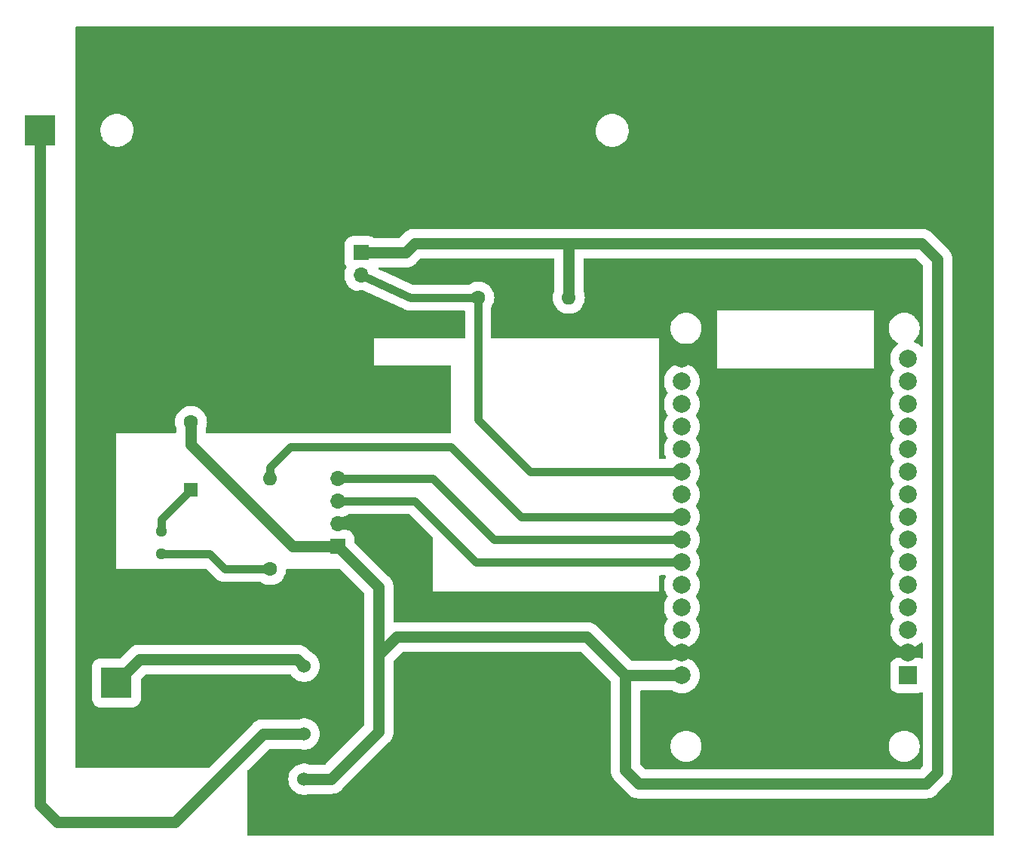
<source format=gbr>
%TF.GenerationSoftware,KiCad,Pcbnew,7.0.7*%
%TF.CreationDate,2023-11-20T10:45:27-05:00*%
%TF.ProjectId,Pocillo Termosensible,506f6369-6c6c-46f2-9054-65726d6f7365,rev?*%
%TF.SameCoordinates,Original*%
%TF.FileFunction,Copper,L2,Bot*%
%TF.FilePolarity,Positive*%
%FSLAX46Y46*%
G04 Gerber Fmt 4.6, Leading zero omitted, Abs format (unit mm)*
G04 Created by KiCad (PCBNEW 7.0.7) date 2023-11-20 10:45:27*
%MOMM*%
%LPD*%
G01*
G04 APERTURE LIST*
G04 Aperture macros list*
%AMRoundRect*
0 Rectangle with rounded corners*
0 $1 Rounding radius*
0 $2 $3 $4 $5 $6 $7 $8 $9 X,Y pos of 4 corners*
0 Add a 4 corners polygon primitive as box body*
4,1,4,$2,$3,$4,$5,$6,$7,$8,$9,$2,$3,0*
0 Add four circle primitives for the rounded corners*
1,1,$1+$1,$2,$3*
1,1,$1+$1,$4,$5*
1,1,$1+$1,$6,$7*
1,1,$1+$1,$8,$9*
0 Add four rect primitives between the rounded corners*
20,1,$1+$1,$2,$3,$4,$5,0*
20,1,$1+$1,$4,$5,$6,$7,0*
20,1,$1+$1,$6,$7,$8,$9,0*
20,1,$1+$1,$8,$9,$2,$3,0*%
G04 Aperture macros list end*
%TA.AperFunction,ComponentPad*%
%ADD10C,3.500000*%
%TD*%
%TA.AperFunction,ComponentPad*%
%ADD11R,3.500000X3.500000*%
%TD*%
%TA.AperFunction,ComponentPad*%
%ADD12R,1.700000X1.700000*%
%TD*%
%TA.AperFunction,ComponentPad*%
%ADD13O,1.700000X1.700000*%
%TD*%
%TA.AperFunction,ComponentPad*%
%ADD14R,2.000000X2.000000*%
%TD*%
%TA.AperFunction,ComponentPad*%
%ADD15C,2.000000*%
%TD*%
%TA.AperFunction,ComponentPad*%
%ADD16C,1.524000*%
%TD*%
%TA.AperFunction,ComponentPad*%
%ADD17R,1.600000X1.600000*%
%TD*%
%TA.AperFunction,ComponentPad*%
%ADD18C,1.600000*%
%TD*%
%TA.AperFunction,ComponentPad*%
%ADD19R,1.298000X1.298000*%
%TD*%
%TA.AperFunction,ComponentPad*%
%ADD20C,1.298000*%
%TD*%
%TA.AperFunction,ComponentPad*%
%ADD21O,1.600000X1.600000*%
%TD*%
%TA.AperFunction,ComponentPad*%
%ADD22RoundRect,0.750000X1.000000X-0.750000X1.000000X0.750000X-1.000000X0.750000X-1.000000X-0.750000X0*%
%TD*%
%TA.AperFunction,ComponentPad*%
%ADD23RoundRect,0.875000X0.875000X-0.875000X0.875000X0.875000X-0.875000X0.875000X-0.875000X-0.875000X0*%
%TD*%
%TA.AperFunction,ViaPad*%
%ADD24C,1.200000*%
%TD*%
%TA.AperFunction,Conductor*%
%ADD25C,0.900000*%
%TD*%
%TA.AperFunction,Conductor*%
%ADD26C,1.300000*%
%TD*%
G04 APERTURE END LIST*
D10*
%TO.P,BT1,2,-*%
%TO.N,GND*%
X137600000Y-42164000D03*
D11*
%TO.P,BT1,1,+*%
%TO.N,+BATT*%
X65600000Y-42164000D03*
%TD*%
D12*
%TO.P,J2,1,Pin_1*%
%TO.N,+5V*%
X99060000Y-88900000D03*
D13*
%TO.P,J2,2,Pin_2*%
%TO.N,GND*%
X99060000Y-86360000D03*
%TO.P,J2,3,Pin_3*%
%TO.N,D27*%
X99060000Y-83820000D03*
%TO.P,J2,4,Pin_4*%
%TO.N,D26*%
X99060000Y-81280000D03*
%TD*%
D14*
%TO.P,U1,1,3V3*%
%TO.N,unconnected-(U1-3V3-Pad1)*%
X163068000Y-103399000D03*
D15*
%TO.P,U1,2,GND*%
%TO.N,GND*%
X163068000Y-100859000D03*
%TO.P,U1,3,D15*%
%TO.N,unconnected-(U1-D15-Pad3)*%
X163068000Y-98319000D03*
%TO.P,U1,4,D2*%
%TO.N,unconnected-(U1-D2-Pad4)*%
X163068000Y-95779000D03*
%TO.P,U1,5,D4*%
%TO.N,unconnected-(U1-D4-Pad5)*%
X163068000Y-93239000D03*
%TO.P,U1,6,RX2*%
%TO.N,unconnected-(U1-RX2-Pad6)*%
X163068000Y-90699000D03*
%TO.P,U1,7,TX2*%
%TO.N,unconnected-(U1-TX2-Pad7)*%
X163068000Y-88159000D03*
%TO.P,U1,8,D5*%
%TO.N,unconnected-(U1-D5-Pad8)*%
X163068000Y-85619000D03*
%TO.P,U1,9,D18*%
%TO.N,unconnected-(U1-D18-Pad9)*%
X163068000Y-83079000D03*
%TO.P,U1,10,D19*%
%TO.N,unconnected-(U1-D19-Pad10)*%
X163068000Y-80539000D03*
%TO.P,U1,11,D21*%
%TO.N,unconnected-(U1-D21-Pad11)*%
X163068000Y-77999000D03*
%TO.P,U1,12,RX0*%
%TO.N,unconnected-(U1-RX0-Pad12)*%
X163068000Y-75459000D03*
%TO.P,U1,13,TX0*%
%TO.N,unconnected-(U1-TX0-Pad13)*%
X163068000Y-72919000D03*
%TO.P,U1,14,D22*%
%TO.N,unconnected-(U1-D22-Pad14)*%
X163068000Y-70379000D03*
%TO.P,U1,15,D23*%
%TO.N,unconnected-(U1-D23-Pad15)*%
X163068000Y-67839000D03*
%TO.P,U1,16,EN*%
%TO.N,GND*%
X137668000Y-67839000D03*
%TO.P,U1,17,VP*%
%TO.N,unconnected-(U1-VP-Pad17)*%
X137668000Y-70379000D03*
%TO.P,U1,18,VN*%
%TO.N,unconnected-(U1-VN-Pad18)*%
X137668000Y-72919000D03*
%TO.P,U1,19,D34*%
%TO.N,unconnected-(U1-D34-Pad19)*%
X137668000Y-75459000D03*
%TO.P,U1,20,D35*%
%TO.N,unconnected-(U1-D35-Pad20)*%
X137668000Y-77999000D03*
%TO.P,U1,21,D32*%
%TO.N,D32*%
X137668000Y-80539000D03*
%TO.P,U1,22,D33*%
%TO.N,unconnected-(U1-D33-Pad22)*%
X137668000Y-83079000D03*
%TO.P,U1,23,D25*%
%TO.N,D25*%
X137668000Y-85619000D03*
%TO.P,U1,24,D26*%
%TO.N,D26*%
X137668000Y-88159000D03*
%TO.P,U1,25,D27*%
%TO.N,D27*%
X137668000Y-90699000D03*
%TO.P,U1,26,D14*%
%TO.N,unconnected-(U1-D14-Pad26)*%
X137668000Y-93239000D03*
%TO.P,U1,27,D12*%
%TO.N,unconnected-(U1-D12-Pad27)*%
X137668000Y-95779000D03*
%TO.P,U1,28,D13*%
%TO.N,unconnected-(U1-D13-Pad28)*%
X137668000Y-98319000D03*
%TO.P,U1,29,GND*%
%TO.N,GND*%
X137668000Y-100859000D03*
%TO.P,U1,30,VIN*%
%TO.N,+5V*%
X137668000Y-103399000D03*
%TD*%
D16*
%TO.P,U2,1,VIN*%
%TO.N,+VDC*%
X95250000Y-102362000D03*
%TO.P,U2,2,GND*%
%TO.N,GND*%
X95250000Y-104902000D03*
%TO.P,U2,3,GND*%
X95250000Y-107442000D03*
%TO.P,U2,4,BAT*%
%TO.N,+BATT*%
X95250000Y-109982000D03*
%TO.P,U2,5,GND*%
%TO.N,GND*%
X95250000Y-112522000D03*
%TO.P,U2,6,OUT-5V*%
%TO.N,+5V*%
X95250000Y-115062000D03*
%TD*%
D17*
%TO.P,BZ1,1,-*%
%TO.N,Net-(BZ1--)*%
X82550000Y-82540000D03*
D18*
%TO.P,BZ1,2,+*%
%TO.N,+5V*%
X82550000Y-74940000D03*
%TD*%
D12*
%TO.P,J1,1,Pin_1*%
%TO.N,+5V*%
X101625000Y-55895000D03*
D13*
%TO.P,J1,2,Pin_2*%
%TO.N,D32*%
X101625000Y-58435000D03*
%TO.P,J1,3,Pin_3*%
%TO.N,GND*%
X101625000Y-60975000D03*
%TD*%
D19*
%TO.P,Q1,1*%
%TO.N,GND*%
X79271000Y-92247500D03*
D20*
%TO.P,Q1,2*%
%TO.N,Net-(Q1-Pad2)*%
X79271000Y-89707500D03*
%TO.P,Q1,3*%
%TO.N,Net-(BZ1--)*%
X79271000Y-87167500D03*
%TD*%
D18*
%TO.P,R1,1*%
%TO.N,Net-(Q1-Pad2)*%
X91440000Y-91440000D03*
D21*
%TO.P,R1,2*%
%TO.N,D25*%
X91440000Y-81280000D03*
%TD*%
D11*
%TO.P,J3,1*%
%TO.N,+VDC*%
X74168000Y-104236000D03*
D22*
%TO.P,J3,2*%
%TO.N,GND*%
X74168000Y-110236000D03*
D23*
%TO.P,J3,3*%
X78868000Y-107236000D03*
%TD*%
D18*
%TO.P,R2,1*%
%TO.N,D32*%
X114808000Y-60960000D03*
D21*
%TO.P,R2,2*%
%TO.N,+5V*%
X124968000Y-60960000D03*
%TD*%
D24*
%TO.N,GND*%
X125730000Y-104140000D03*
X132080000Y-97790000D03*
%TD*%
D25*
%TO.N,Net-(BZ1--)*%
X79271000Y-85819000D02*
X82550000Y-82540000D01*
X79271000Y-87167500D02*
X79271000Y-85819000D01*
%TO.N,D32*%
X101625000Y-58435000D02*
X107188000Y-60960000D01*
X120671000Y-80539000D02*
X137668000Y-80539000D01*
X114808000Y-74676000D02*
X120671000Y-80539000D01*
X107188000Y-60960000D02*
X114808000Y-60960000D01*
X114808000Y-60960000D02*
X114808000Y-74676000D01*
D26*
%TO.N,+5V*%
X132842000Y-115570000D02*
X131339000Y-114067000D01*
X124968000Y-54991000D02*
X125095000Y-54864000D01*
X166370000Y-114300000D02*
X165100000Y-115570000D01*
X124968000Y-60960000D02*
X124968000Y-54991000D01*
X165100000Y-115570000D02*
X132842000Y-115570000D01*
X105664000Y-99060000D02*
X127000000Y-99060000D01*
X101625000Y-55895000D02*
X101625000Y-55855000D01*
X164592000Y-54864000D02*
X166370000Y-56642000D01*
X103632000Y-109728000D02*
X103632000Y-101092000D01*
X103632000Y-101092000D02*
X105664000Y-99060000D01*
X99060000Y-88900000D02*
X103632000Y-93472000D01*
X98298000Y-115062000D02*
X103632000Y-109728000D01*
X82550000Y-77490000D02*
X93960000Y-88900000D01*
X127000000Y-99060000D02*
X131339000Y-103399000D01*
X103632000Y-93472000D02*
X103632000Y-101092000D01*
X101625000Y-55895000D02*
X106665000Y-55895000D01*
X95250000Y-115062000D02*
X98298000Y-115062000D01*
X93960000Y-88900000D02*
X99060000Y-88900000D01*
X125095000Y-54864000D02*
X164592000Y-54864000D01*
X131339000Y-103399000D02*
X137668000Y-103399000D01*
X131339000Y-114067000D02*
X131339000Y-103399000D01*
X82550000Y-74940000D02*
X82550000Y-77490000D01*
X107696000Y-54864000D02*
X125095000Y-54864000D01*
X166370000Y-56642000D02*
X166370000Y-114300000D01*
X106665000Y-55895000D02*
X107696000Y-54864000D01*
D25*
%TO.N,D27*%
X114575000Y-90699000D02*
X107696000Y-83820000D01*
X107696000Y-83820000D02*
X99060000Y-83820000D01*
X137668000Y-90699000D02*
X114575000Y-90699000D01*
%TO.N,D26*%
X109728000Y-81280000D02*
X99060000Y-81280000D01*
X137668000Y-88159000D02*
X116607000Y-88159000D01*
X116607000Y-88159000D02*
X109728000Y-81280000D01*
%TO.N,D25*%
X137668000Y-85619000D02*
X119655000Y-85619000D01*
X93726000Y-77724000D02*
X91440000Y-80010000D01*
X119655000Y-85619000D02*
X111760000Y-77724000D01*
X111760000Y-77724000D02*
X93726000Y-77724000D01*
X91440000Y-80010000D02*
X91440000Y-81280000D01*
%TO.N,Net-(Q1-Pad2)*%
X84627500Y-89707500D02*
X79271000Y-89707500D01*
X86360000Y-91440000D02*
X84627500Y-89707500D01*
X91440000Y-91440000D02*
X86360000Y-91440000D01*
D26*
%TO.N,+BATT*%
X90678000Y-109982000D02*
X95250000Y-109982000D01*
X65600000Y-117924000D02*
X67564000Y-119888000D01*
X80772000Y-119888000D02*
X90678000Y-109982000D01*
X65600000Y-42164000D02*
X65600000Y-117924000D01*
X67564000Y-119888000D02*
X80772000Y-119888000D01*
%TO.N,+VDC*%
X74168000Y-104236000D02*
X76804000Y-101600000D01*
X76804000Y-101600000D02*
X94488000Y-101600000D01*
X94488000Y-101600000D02*
X95250000Y-102362000D01*
%TD*%
%TA.AperFunction,Conductor*%
%TO.N,GND*%
G36*
X123260539Y-56534185D02*
G01*
X123306294Y-56586989D01*
X123317500Y-56638500D01*
X123317500Y-60213670D01*
X123308928Y-60258972D01*
X123242667Y-60427799D01*
X123242664Y-60427811D01*
X123182616Y-60690898D01*
X123162451Y-60959995D01*
X123162451Y-60960004D01*
X123182616Y-61229101D01*
X123242664Y-61492188D01*
X123242666Y-61492195D01*
X123341257Y-61743398D01*
X123476185Y-61977102D01*
X123498640Y-62005259D01*
X123644442Y-62188089D01*
X123819068Y-62350117D01*
X123842259Y-62371635D01*
X124065226Y-62523651D01*
X124308359Y-62640738D01*
X124566228Y-62720280D01*
X124566229Y-62720280D01*
X124566232Y-62720281D01*
X124833063Y-62760499D01*
X124833068Y-62760499D01*
X124833071Y-62760500D01*
X124833072Y-62760500D01*
X125102928Y-62760500D01*
X125102929Y-62760500D01*
X125102936Y-62760499D01*
X125369767Y-62720281D01*
X125369768Y-62720280D01*
X125369772Y-62720280D01*
X125627641Y-62640738D01*
X125870775Y-62523651D01*
X126038937Y-62409000D01*
X141588000Y-62409000D01*
X141588000Y-68899000D01*
X159278000Y-68899000D01*
X159278000Y-62409000D01*
X141588000Y-62409000D01*
X126038937Y-62409000D01*
X126093741Y-62371635D01*
X126291561Y-62188085D01*
X126459815Y-61977102D01*
X126594743Y-61743398D01*
X126693334Y-61492195D01*
X126753383Y-61229103D01*
X126773549Y-60960000D01*
X126753383Y-60690897D01*
X126693334Y-60427805D01*
X126693332Y-60427799D01*
X126627072Y-60258972D01*
X126618500Y-60213670D01*
X126618500Y-56638500D01*
X126638185Y-56571461D01*
X126690989Y-56525706D01*
X126742500Y-56514500D01*
X163856978Y-56514500D01*
X163924017Y-56534185D01*
X163944659Y-56550819D01*
X164683181Y-57289341D01*
X164716666Y-57350664D01*
X164719500Y-57377022D01*
X164719500Y-66362003D01*
X164699815Y-66429042D01*
X164647011Y-66474797D01*
X164577853Y-66484741D01*
X164514297Y-66455716D01*
X164507819Y-66449684D01*
X164381405Y-66323270D01*
X164381387Y-66323254D01*
X164152317Y-66151775D01*
X164152309Y-66151770D01*
X163901166Y-66014635D01*
X163901167Y-66014635D01*
X163836640Y-65990568D01*
X163793682Y-65974545D01*
X163737750Y-65932674D01*
X163713333Y-65867210D01*
X163728185Y-65798937D01*
X163759700Y-65761421D01*
X163841981Y-65695805D01*
X164020433Y-65503479D01*
X164168228Y-65286704D01*
X164282063Y-65050323D01*
X164359396Y-64799615D01*
X164398500Y-64540182D01*
X164398500Y-64277818D01*
X164359396Y-64018385D01*
X164282063Y-63767677D01*
X164270121Y-63742880D01*
X164168232Y-63531303D01*
X164168231Y-63531302D01*
X164168230Y-63531301D01*
X164168228Y-63531296D01*
X164020433Y-63314521D01*
X164010441Y-63303753D01*
X163841985Y-63122198D01*
X163802533Y-63090736D01*
X163636857Y-62958614D01*
X163409643Y-62827432D01*
X163165416Y-62731580D01*
X163165411Y-62731578D01*
X163165402Y-62731576D01*
X162947818Y-62681914D01*
X162909630Y-62673198D01*
X162909629Y-62673197D01*
X162909625Y-62673197D01*
X162909620Y-62673196D01*
X162713500Y-62658500D01*
X162713494Y-62658500D01*
X162582506Y-62658500D01*
X162582500Y-62658500D01*
X162386379Y-62673196D01*
X162386374Y-62673197D01*
X162130597Y-62731576D01*
X162130578Y-62731582D01*
X161886356Y-62827432D01*
X161659143Y-62958614D01*
X161454014Y-63122198D01*
X161275567Y-63314520D01*
X161127768Y-63531302D01*
X161127767Y-63531303D01*
X161013938Y-63767673D01*
X160936606Y-64018376D01*
X160936605Y-64018381D01*
X160936604Y-64018385D01*
X160921853Y-64116247D01*
X160897500Y-64277812D01*
X160897500Y-64540187D01*
X160917794Y-64674823D01*
X160936604Y-64799615D01*
X160936605Y-64799617D01*
X160936606Y-64799623D01*
X161013938Y-65050326D01*
X161127767Y-65286696D01*
X161127768Y-65286697D01*
X161127770Y-65286700D01*
X161127772Y-65286704D01*
X161245590Y-65459511D01*
X161275567Y-65503479D01*
X161454014Y-65695801D01*
X161454018Y-65695804D01*
X161454019Y-65695805D01*
X161659143Y-65859386D01*
X161886357Y-65990568D01*
X161886362Y-65990570D01*
X161890533Y-65992579D01*
X161889825Y-65994047D01*
X161939510Y-66032571D01*
X161962815Y-66098439D01*
X161946809Y-66166451D01*
X161913309Y-66204456D01*
X161754612Y-66323254D01*
X161754594Y-66323270D01*
X161552270Y-66525594D01*
X161552254Y-66525612D01*
X161380775Y-66754682D01*
X161380770Y-66754690D01*
X161243635Y-67005833D01*
X161143628Y-67273962D01*
X161082804Y-67553566D01*
X161062390Y-67838998D01*
X161062390Y-67839001D01*
X161082804Y-68124433D01*
X161143628Y-68404037D01*
X161143630Y-68404043D01*
X161143631Y-68404046D01*
X161199797Y-68554633D01*
X161243635Y-68672166D01*
X161380770Y-68923309D01*
X161380771Y-68923310D01*
X161380774Y-68923315D01*
X161464148Y-69034690D01*
X161488564Y-69100152D01*
X161473712Y-69168425D01*
X161464148Y-69183307D01*
X161380774Y-69294683D01*
X161380770Y-69294690D01*
X161243635Y-69545833D01*
X161143628Y-69813962D01*
X161082804Y-70093566D01*
X161062390Y-70378998D01*
X161062390Y-70379001D01*
X161082804Y-70664433D01*
X161143628Y-70944037D01*
X161243635Y-71212166D01*
X161380770Y-71463309D01*
X161380775Y-71463317D01*
X161464147Y-71574689D01*
X161488564Y-71640153D01*
X161473712Y-71708426D01*
X161464148Y-71723308D01*
X161380774Y-71834684D01*
X161380770Y-71834690D01*
X161243635Y-72085833D01*
X161143628Y-72353962D01*
X161082804Y-72633566D01*
X161062390Y-72918998D01*
X161062390Y-72919001D01*
X161082804Y-73204433D01*
X161143628Y-73484037D01*
X161243635Y-73752166D01*
X161380770Y-74003309D01*
X161380771Y-74003310D01*
X161380774Y-74003315D01*
X161464147Y-74114689D01*
X161464148Y-74114690D01*
X161488564Y-74180155D01*
X161473712Y-74248428D01*
X161464148Y-74263310D01*
X161380770Y-74374690D01*
X161243635Y-74625833D01*
X161143628Y-74893962D01*
X161082804Y-75173566D01*
X161062390Y-75458998D01*
X161062390Y-75459001D01*
X161082804Y-75744433D01*
X161143628Y-76024037D01*
X161143630Y-76024043D01*
X161143631Y-76024046D01*
X161242223Y-76288380D01*
X161243635Y-76292166D01*
X161380770Y-76543309D01*
X161380771Y-76543310D01*
X161380774Y-76543315D01*
X161464148Y-76654690D01*
X161488564Y-76720152D01*
X161473712Y-76788425D01*
X161464148Y-76803307D01*
X161380774Y-76914683D01*
X161380770Y-76914690D01*
X161243635Y-77165833D01*
X161143628Y-77433962D01*
X161082804Y-77713566D01*
X161062390Y-77998998D01*
X161062390Y-77999001D01*
X161082804Y-78284433D01*
X161143628Y-78564037D01*
X161243635Y-78832166D01*
X161380770Y-79083309D01*
X161380771Y-79083310D01*
X161380774Y-79083315D01*
X161449034Y-79174500D01*
X161464148Y-79194690D01*
X161488564Y-79260155D01*
X161473712Y-79328428D01*
X161464150Y-79343306D01*
X161416500Y-79406960D01*
X161380770Y-79454690D01*
X161243635Y-79705833D01*
X161143628Y-79973962D01*
X161082804Y-80253566D01*
X161062390Y-80538998D01*
X161062390Y-80539001D01*
X161082804Y-80824433D01*
X161143628Y-81104037D01*
X161243635Y-81372166D01*
X161380770Y-81623309D01*
X161380771Y-81623310D01*
X161380774Y-81623315D01*
X161455796Y-81723533D01*
X161464148Y-81734690D01*
X161488564Y-81800155D01*
X161473712Y-81868428D01*
X161464150Y-81883306D01*
X161434430Y-81923008D01*
X161380770Y-81994690D01*
X161243635Y-82245833D01*
X161143628Y-82513962D01*
X161082804Y-82793566D01*
X161062390Y-83078998D01*
X161062390Y-83079001D01*
X161082804Y-83364433D01*
X161143628Y-83644037D01*
X161243635Y-83912166D01*
X161380770Y-84163309D01*
X161380771Y-84163310D01*
X161380774Y-84163315D01*
X161464148Y-84274690D01*
X161488564Y-84340155D01*
X161473712Y-84408428D01*
X161464150Y-84423306D01*
X161464149Y-84423309D01*
X161464148Y-84423310D01*
X161380770Y-84534690D01*
X161243635Y-84785833D01*
X161143628Y-85053962D01*
X161082804Y-85333566D01*
X161062390Y-85618998D01*
X161062390Y-85619001D01*
X161082804Y-85904433D01*
X161143628Y-86184037D01*
X161243635Y-86452166D01*
X161380770Y-86703309D01*
X161380771Y-86703310D01*
X161380774Y-86703315D01*
X161464147Y-86814689D01*
X161464148Y-86814690D01*
X161488564Y-86880155D01*
X161473712Y-86948428D01*
X161464150Y-86963306D01*
X161416500Y-87026960D01*
X161380770Y-87074690D01*
X161243635Y-87325833D01*
X161143628Y-87593962D01*
X161082804Y-87873566D01*
X161062390Y-88158998D01*
X161062390Y-88159001D01*
X161082804Y-88444433D01*
X161143628Y-88724037D01*
X161243635Y-88992166D01*
X161380770Y-89243309D01*
X161380771Y-89243310D01*
X161380774Y-89243315D01*
X161464147Y-89354688D01*
X161488564Y-89420152D01*
X161473712Y-89488425D01*
X161464148Y-89503307D01*
X161380774Y-89614683D01*
X161380770Y-89614690D01*
X161243635Y-89865833D01*
X161143628Y-90133962D01*
X161082804Y-90413566D01*
X161062390Y-90698998D01*
X161062390Y-90699001D01*
X161082804Y-90984433D01*
X161143628Y-91264037D01*
X161143630Y-91264043D01*
X161143631Y-91264046D01*
X161243633Y-91532161D01*
X161243635Y-91532166D01*
X161380770Y-91783309D01*
X161380775Y-91783317D01*
X161464147Y-91894689D01*
X161488564Y-91960153D01*
X161473712Y-92028426D01*
X161464148Y-92043308D01*
X161380774Y-92154684D01*
X161380770Y-92154690D01*
X161243635Y-92405833D01*
X161143628Y-92673962D01*
X161082804Y-92953566D01*
X161062390Y-93238998D01*
X161062390Y-93239001D01*
X161082804Y-93524433D01*
X161143628Y-93804037D01*
X161243635Y-94072166D01*
X161380770Y-94323309D01*
X161380771Y-94323310D01*
X161380774Y-94323315D01*
X161464147Y-94434689D01*
X161464148Y-94434690D01*
X161488564Y-94500155D01*
X161473712Y-94568428D01*
X161464148Y-94583310D01*
X161380770Y-94694690D01*
X161243635Y-94945833D01*
X161143628Y-95213962D01*
X161082804Y-95493566D01*
X161062390Y-95778998D01*
X161062390Y-95779001D01*
X161082804Y-96064433D01*
X161143628Y-96344037D01*
X161243635Y-96612166D01*
X161380770Y-96863309D01*
X161380771Y-96863310D01*
X161380774Y-96863315D01*
X161464148Y-96974690D01*
X161488564Y-97040152D01*
X161473712Y-97108425D01*
X161464148Y-97123307D01*
X161380774Y-97234683D01*
X161380770Y-97234690D01*
X161243635Y-97485833D01*
X161143628Y-97753962D01*
X161082804Y-98033566D01*
X161062390Y-98318998D01*
X161062390Y-98319001D01*
X161082804Y-98604433D01*
X161143628Y-98884037D01*
X161243635Y-99152166D01*
X161380770Y-99403309D01*
X161380775Y-99403317D01*
X161552254Y-99632387D01*
X161552270Y-99632405D01*
X161754594Y-99834729D01*
X161754612Y-99834745D01*
X161983682Y-100006224D01*
X161983690Y-100006229D01*
X162234833Y-100143364D01*
X162234832Y-100143364D01*
X162234836Y-100143365D01*
X162234839Y-100143367D01*
X162502954Y-100243369D01*
X162502960Y-100243370D01*
X162502962Y-100243371D01*
X162782566Y-100304195D01*
X162782568Y-100304195D01*
X162782572Y-100304196D01*
X163036220Y-100322337D01*
X163067999Y-100324610D01*
X163068000Y-100324610D01*
X163068001Y-100324610D01*
X163096595Y-100322564D01*
X163353428Y-100304196D01*
X163553892Y-100260588D01*
X163633037Y-100243371D01*
X163633037Y-100243370D01*
X163633046Y-100243369D01*
X163901161Y-100143367D01*
X164152315Y-100006226D01*
X164381395Y-99834739D01*
X164428983Y-99787151D01*
X164507819Y-99708316D01*
X164569142Y-99674831D01*
X164638834Y-99679815D01*
X164694767Y-99721687D01*
X164719184Y-99787151D01*
X164719500Y-99795997D01*
X164719500Y-101405871D01*
X164699815Y-101472910D01*
X164647011Y-101518665D01*
X164577853Y-101528609D01*
X164538089Y-101515780D01*
X164441047Y-101465090D01*
X164357370Y-101441147D01*
X164245418Y-101409114D01*
X164245415Y-101409113D01*
X164245413Y-101409113D01*
X164154983Y-101401073D01*
X164126037Y-101398500D01*
X164126035Y-101398500D01*
X164126034Y-101398500D01*
X163222089Y-101398500D01*
X162009964Y-101398501D01*
X161980727Y-101401100D01*
X161890584Y-101409113D01*
X161694954Y-101465089D01*
X161655878Y-101485501D01*
X161514593Y-101559302D01*
X161514591Y-101559303D01*
X161514590Y-101559304D01*
X161356890Y-101687890D01*
X161228304Y-101845590D01*
X161134089Y-102025954D01*
X161078114Y-102221583D01*
X161078113Y-102221586D01*
X161067500Y-102340965D01*
X161067500Y-102340966D01*
X161067501Y-104457032D01*
X161067501Y-104457033D01*
X161078113Y-104576415D01*
X161134089Y-104772045D01*
X161134090Y-104772048D01*
X161134091Y-104772049D01*
X161228302Y-104952407D01*
X161228304Y-104952409D01*
X161356890Y-105110109D01*
X161416499Y-105158713D01*
X161514593Y-105238698D01*
X161694951Y-105332909D01*
X161890582Y-105388886D01*
X162009963Y-105399500D01*
X162009964Y-105399499D01*
X162009965Y-105399500D01*
X162009966Y-105399500D01*
X162913133Y-105399499D01*
X164126036Y-105399499D01*
X164245418Y-105388886D01*
X164441049Y-105332909D01*
X164538088Y-105282219D01*
X164606623Y-105268628D01*
X164671627Y-105294247D01*
X164712460Y-105350942D01*
X164719500Y-105392128D01*
X164719500Y-113564977D01*
X164699815Y-113632016D01*
X164683181Y-113652658D01*
X164452659Y-113883181D01*
X164391336Y-113916666D01*
X164364978Y-113919500D01*
X133577022Y-113919500D01*
X133509983Y-113899815D01*
X133489341Y-113883181D01*
X133025819Y-113419659D01*
X132992334Y-113358336D01*
X132989500Y-113331978D01*
X132989500Y-111490187D01*
X136387500Y-111490187D01*
X136390887Y-111512654D01*
X136426604Y-111749615D01*
X136426605Y-111749617D01*
X136426606Y-111749623D01*
X136503938Y-112000326D01*
X136617767Y-112236696D01*
X136617768Y-112236697D01*
X136617770Y-112236700D01*
X136617772Y-112236704D01*
X136765566Y-112453479D01*
X136765567Y-112453479D01*
X136944014Y-112645801D01*
X136944018Y-112645804D01*
X136944019Y-112645805D01*
X137149143Y-112809386D01*
X137376357Y-112940568D01*
X137620584Y-113036420D01*
X137876370Y-113094802D01*
X137876376Y-113094802D01*
X137876379Y-113094803D01*
X138072500Y-113109500D01*
X138072506Y-113109500D01*
X138203500Y-113109500D01*
X138399620Y-113094803D01*
X138399622Y-113094802D01*
X138399630Y-113094802D01*
X138655416Y-113036420D01*
X138899643Y-112940568D01*
X139126857Y-112809386D01*
X139331981Y-112645805D01*
X139510433Y-112453479D01*
X139658228Y-112236704D01*
X139772063Y-112000323D01*
X139849396Y-111749615D01*
X139888499Y-111490187D01*
X160897500Y-111490187D01*
X160900887Y-111512654D01*
X160936604Y-111749615D01*
X160936605Y-111749617D01*
X160936606Y-111749623D01*
X161013938Y-112000326D01*
X161127767Y-112236696D01*
X161127768Y-112236697D01*
X161127770Y-112236700D01*
X161127772Y-112236704D01*
X161275566Y-112453479D01*
X161275567Y-112453479D01*
X161454014Y-112645801D01*
X161454018Y-112645804D01*
X161454019Y-112645805D01*
X161659143Y-112809386D01*
X161886357Y-112940568D01*
X162130584Y-113036420D01*
X162386370Y-113094802D01*
X162386376Y-113094802D01*
X162386379Y-113094803D01*
X162582500Y-113109500D01*
X162582506Y-113109500D01*
X162713500Y-113109500D01*
X162909620Y-113094803D01*
X162909622Y-113094802D01*
X162909630Y-113094802D01*
X163165416Y-113036420D01*
X163409643Y-112940568D01*
X163636857Y-112809386D01*
X163841981Y-112645805D01*
X164020433Y-112453479D01*
X164168228Y-112236704D01*
X164282063Y-112000323D01*
X164359396Y-111749615D01*
X164398500Y-111490182D01*
X164398500Y-111227818D01*
X164359396Y-110968385D01*
X164282063Y-110717677D01*
X164270121Y-110692880D01*
X164168232Y-110481303D01*
X164168231Y-110481302D01*
X164168230Y-110481301D01*
X164168228Y-110481296D01*
X164020433Y-110264521D01*
X163997319Y-110239610D01*
X163841985Y-110072198D01*
X163728880Y-109982000D01*
X163636857Y-109908614D01*
X163409643Y-109777432D01*
X163165416Y-109681580D01*
X163165411Y-109681578D01*
X163165402Y-109681576D01*
X162947818Y-109631914D01*
X162909630Y-109623198D01*
X162909629Y-109623197D01*
X162909625Y-109623197D01*
X162909620Y-109623196D01*
X162713500Y-109608500D01*
X162713494Y-109608500D01*
X162582506Y-109608500D01*
X162582500Y-109608500D01*
X162386379Y-109623196D01*
X162386374Y-109623197D01*
X162130597Y-109681576D01*
X162130578Y-109681582D01*
X161886356Y-109777432D01*
X161659143Y-109908614D01*
X161454014Y-110072198D01*
X161275567Y-110264520D01*
X161127768Y-110481302D01*
X161127767Y-110481303D01*
X161013938Y-110717673D01*
X160936606Y-110968376D01*
X160936605Y-110968381D01*
X160936604Y-110968385D01*
X160935210Y-110977635D01*
X160897500Y-111227812D01*
X160897500Y-111490187D01*
X139888499Y-111490187D01*
X139888500Y-111490182D01*
X139888500Y-111227818D01*
X139849396Y-110968385D01*
X139772063Y-110717677D01*
X139760121Y-110692880D01*
X139658232Y-110481303D01*
X139658231Y-110481302D01*
X139658230Y-110481301D01*
X139658228Y-110481296D01*
X139510433Y-110264521D01*
X139487319Y-110239610D01*
X139331985Y-110072198D01*
X139218880Y-109982000D01*
X139126857Y-109908614D01*
X138899643Y-109777432D01*
X138655416Y-109681580D01*
X138655411Y-109681578D01*
X138655402Y-109681576D01*
X138437818Y-109631914D01*
X138399630Y-109623198D01*
X138399629Y-109623197D01*
X138399625Y-109623197D01*
X138399620Y-109623196D01*
X138203500Y-109608500D01*
X138203494Y-109608500D01*
X138072506Y-109608500D01*
X138072500Y-109608500D01*
X137876379Y-109623196D01*
X137876374Y-109623197D01*
X137620597Y-109681576D01*
X137620578Y-109681582D01*
X137376356Y-109777432D01*
X137149143Y-109908614D01*
X136944014Y-110072198D01*
X136765567Y-110264520D01*
X136617768Y-110481302D01*
X136617767Y-110481303D01*
X136503938Y-110717673D01*
X136426606Y-110968376D01*
X136426605Y-110968381D01*
X136426604Y-110968385D01*
X136425210Y-110977635D01*
X136387500Y-111227812D01*
X136387500Y-111490187D01*
X132989500Y-111490187D01*
X132989500Y-105173500D01*
X133009185Y-105106461D01*
X133061989Y-105060706D01*
X133113500Y-105049500D01*
X136493354Y-105049500D01*
X136560393Y-105069185D01*
X136567655Y-105074226D01*
X136583685Y-105086226D01*
X136583689Y-105086228D01*
X136583690Y-105086229D01*
X136834833Y-105223364D01*
X136834832Y-105223364D01*
X136834836Y-105223365D01*
X136834839Y-105223367D01*
X137102954Y-105323369D01*
X137102960Y-105323370D01*
X137102962Y-105323371D01*
X137382566Y-105384195D01*
X137382568Y-105384195D01*
X137382572Y-105384196D01*
X137636220Y-105402337D01*
X137667999Y-105404610D01*
X137668000Y-105404610D01*
X137668001Y-105404610D01*
X137696595Y-105402564D01*
X137953428Y-105384196D01*
X138233046Y-105323369D01*
X138501161Y-105223367D01*
X138752315Y-105086226D01*
X138981395Y-104914739D01*
X139183739Y-104712395D01*
X139355226Y-104483315D01*
X139492367Y-104232161D01*
X139592369Y-103964046D01*
X139623778Y-103819660D01*
X139653195Y-103684433D01*
X139653195Y-103684432D01*
X139653196Y-103684428D01*
X139673610Y-103399000D01*
X139653196Y-103113572D01*
X139592369Y-102833954D01*
X139492367Y-102565839D01*
X139417082Y-102427966D01*
X139355229Y-102314690D01*
X139355224Y-102314682D01*
X139183745Y-102085612D01*
X139183729Y-102085594D01*
X138981405Y-101883270D01*
X138981387Y-101883254D01*
X138752317Y-101711775D01*
X138752309Y-101711770D01*
X138501166Y-101574635D01*
X138501167Y-101574635D01*
X138343370Y-101515780D01*
X138233046Y-101474631D01*
X138233043Y-101474630D01*
X138233037Y-101474628D01*
X137953433Y-101413804D01*
X137668001Y-101393390D01*
X137667999Y-101393390D01*
X137382566Y-101413804D01*
X137102962Y-101474628D01*
X136834833Y-101574635D01*
X136583690Y-101711770D01*
X136583689Y-101711771D01*
X136583684Y-101711774D01*
X136583685Y-101711774D01*
X136567663Y-101723767D01*
X136502200Y-101748184D01*
X136493354Y-101748500D01*
X132074021Y-101748500D01*
X132006982Y-101728815D01*
X131986340Y-101712181D01*
X130218555Y-99944396D01*
X128214650Y-97940490D01*
X128211367Y-97936939D01*
X128170689Y-97889311D01*
X127973140Y-97720588D01*
X127751628Y-97584846D01*
X127751627Y-97584845D01*
X127751623Y-97584843D01*
X127585627Y-97516086D01*
X127511610Y-97485427D01*
X127511611Y-97485427D01*
X127373921Y-97452370D01*
X127258994Y-97424779D01*
X127258992Y-97424778D01*
X127258991Y-97424778D01*
X127064853Y-97409500D01*
X127062426Y-97409309D01*
X127000000Y-97404396D01*
X126999999Y-97404396D01*
X126937573Y-97409309D01*
X126932707Y-97409500D01*
X105731293Y-97409500D01*
X105726427Y-97409309D01*
X105664000Y-97404396D01*
X105599146Y-97409500D01*
X105416228Y-97423895D01*
X105347851Y-97409530D01*
X105298095Y-97360479D01*
X105282500Y-97300277D01*
X105282500Y-93539292D01*
X105282691Y-93534426D01*
X105283478Y-93524428D01*
X105287604Y-93472000D01*
X105267221Y-93213006D01*
X105245069Y-93120738D01*
X105206573Y-92960390D01*
X105136272Y-92790671D01*
X105107154Y-92720371D01*
X104971412Y-92498860D01*
X104961161Y-92486858D01*
X104935747Y-92457102D01*
X104891964Y-92405839D01*
X104802689Y-92301311D01*
X104755064Y-92260635D01*
X104751501Y-92257342D01*
X100946818Y-88452658D01*
X100913333Y-88391335D01*
X100910499Y-88364977D01*
X100910499Y-87991967D01*
X100899886Y-87872584D01*
X100899886Y-87872582D01*
X100843909Y-87676951D01*
X100749698Y-87496593D01*
X100692412Y-87426337D01*
X100621109Y-87338890D01*
X100463409Y-87210304D01*
X100463410Y-87210304D01*
X100463407Y-87210302D01*
X100283049Y-87116091D01*
X100283048Y-87116090D01*
X100283045Y-87116089D01*
X100165829Y-87082550D01*
X100087418Y-87060114D01*
X100087415Y-87060113D01*
X100087413Y-87060113D01*
X99996983Y-87052073D01*
X99968037Y-87049500D01*
X99968035Y-87049500D01*
X99184000Y-87049500D01*
X99116961Y-87029815D01*
X99071206Y-86977011D01*
X99060000Y-86925500D01*
X99060000Y-85790674D01*
X99079685Y-85723635D01*
X99132489Y-85677880D01*
X99175149Y-85666991D01*
X99324026Y-85656343D01*
X99582678Y-85600077D01*
X99830689Y-85507574D01*
X100063011Y-85380716D01*
X100125996Y-85333566D01*
X100177204Y-85295233D01*
X100242668Y-85270816D01*
X100251514Y-85270500D01*
X107043821Y-85270500D01*
X107110860Y-85290185D01*
X107131502Y-85306819D01*
X109691681Y-87866998D01*
X109725166Y-87928321D01*
X109728000Y-87954679D01*
X109728000Y-93980000D01*
X135128000Y-93980000D01*
X135128000Y-92273500D01*
X135147685Y-92206461D01*
X135200489Y-92160706D01*
X135252000Y-92149500D01*
X135774614Y-92149500D01*
X135841653Y-92169185D01*
X135887408Y-92221989D01*
X135897352Y-92291147D01*
X135883446Y-92332928D01*
X135843634Y-92405836D01*
X135743628Y-92673962D01*
X135682804Y-92953566D01*
X135662390Y-93238998D01*
X135662390Y-93239001D01*
X135682804Y-93524433D01*
X135743628Y-93804037D01*
X135843635Y-94072166D01*
X135980770Y-94323309D01*
X135980771Y-94323310D01*
X135980774Y-94323315D01*
X136064147Y-94434689D01*
X136064148Y-94434690D01*
X136088564Y-94500155D01*
X136073712Y-94568428D01*
X136064148Y-94583310D01*
X135980770Y-94694690D01*
X135843635Y-94945833D01*
X135743628Y-95213962D01*
X135682804Y-95493566D01*
X135662390Y-95778998D01*
X135662390Y-95779001D01*
X135682804Y-96064433D01*
X135743628Y-96344037D01*
X135843635Y-96612166D01*
X135980770Y-96863309D01*
X135980771Y-96863310D01*
X135980774Y-96863315D01*
X136064148Y-96974690D01*
X136088564Y-97040152D01*
X136073712Y-97108425D01*
X136064148Y-97123307D01*
X135980774Y-97234683D01*
X135980770Y-97234690D01*
X135843635Y-97485833D01*
X135743628Y-97753962D01*
X135682804Y-98033566D01*
X135662390Y-98318998D01*
X135662390Y-98319001D01*
X135682804Y-98604433D01*
X135743628Y-98884037D01*
X135843635Y-99152166D01*
X135980770Y-99403309D01*
X135980775Y-99403317D01*
X136152254Y-99632387D01*
X136152270Y-99632405D01*
X136354594Y-99834729D01*
X136354612Y-99834745D01*
X136583682Y-100006224D01*
X136583690Y-100006229D01*
X136834833Y-100143364D01*
X136834832Y-100143364D01*
X136834836Y-100143365D01*
X136834839Y-100143367D01*
X137102954Y-100243369D01*
X137102960Y-100243370D01*
X137102962Y-100243371D01*
X137382566Y-100304195D01*
X137382568Y-100304195D01*
X137382572Y-100304196D01*
X137636220Y-100322337D01*
X137667999Y-100324610D01*
X137668000Y-100324610D01*
X137668001Y-100324610D01*
X137696595Y-100322564D01*
X137953428Y-100304196D01*
X138153892Y-100260588D01*
X138233037Y-100243371D01*
X138233037Y-100243370D01*
X138233046Y-100243369D01*
X138501161Y-100143367D01*
X138752315Y-100006226D01*
X138981395Y-99834739D01*
X139183739Y-99632395D01*
X139355226Y-99403315D01*
X139492367Y-99152161D01*
X139592369Y-98884046D01*
X139653196Y-98604428D01*
X139673610Y-98319000D01*
X139653196Y-98033572D01*
X139632950Y-97940504D01*
X139592371Y-97753962D01*
X139592370Y-97753960D01*
X139592369Y-97753954D01*
X139492367Y-97485839D01*
X139475085Y-97454190D01*
X139355229Y-97234690D01*
X139355228Y-97234689D01*
X139355226Y-97234685D01*
X139271849Y-97123307D01*
X139247434Y-97057847D01*
X139262285Y-96989574D01*
X139271841Y-96974703D01*
X139355226Y-96863315D01*
X139492367Y-96612161D01*
X139592369Y-96344046D01*
X139653196Y-96064428D01*
X139673610Y-95779000D01*
X139653196Y-95493572D01*
X139592369Y-95213954D01*
X139492367Y-94945839D01*
X139355226Y-94694685D01*
X139271849Y-94583307D01*
X139247434Y-94517847D01*
X139262285Y-94449574D01*
X139271841Y-94434703D01*
X139355226Y-94323315D01*
X139492367Y-94072161D01*
X139592369Y-93804046D01*
X139653196Y-93524428D01*
X139673610Y-93239000D01*
X139653196Y-92953572D01*
X139640286Y-92894227D01*
X139592371Y-92673962D01*
X139592370Y-92673960D01*
X139592369Y-92673954D01*
X139492367Y-92405839D01*
X139452554Y-92332928D01*
X139355229Y-92154690D01*
X139355228Y-92154689D01*
X139355226Y-92154685D01*
X139271849Y-92043307D01*
X139247434Y-91977847D01*
X139262285Y-91909574D01*
X139271841Y-91894703D01*
X139355226Y-91783315D01*
X139492367Y-91532161D01*
X139592369Y-91264046D01*
X139653196Y-90984428D01*
X139673610Y-90699000D01*
X139653196Y-90413572D01*
X139609328Y-90211915D01*
X139592371Y-90133962D01*
X139592370Y-90133960D01*
X139592369Y-90133954D01*
X139492367Y-89865839D01*
X139434171Y-89759262D01*
X139355229Y-89614690D01*
X139355224Y-89614682D01*
X139271852Y-89503309D01*
X139247435Y-89437845D01*
X139262287Y-89369572D01*
X139271847Y-89354695D01*
X139355226Y-89243315D01*
X139492367Y-88992161D01*
X139592369Y-88724046D01*
X139653196Y-88444428D01*
X139673610Y-88159000D01*
X139653196Y-87873572D01*
X139610424Y-87676954D01*
X139592371Y-87593962D01*
X139592370Y-87593960D01*
X139592369Y-87593954D01*
X139492367Y-87325839D01*
X139377835Y-87116091D01*
X139355229Y-87074690D01*
X139355228Y-87074689D01*
X139355226Y-87074685D01*
X139271849Y-86963307D01*
X139247434Y-86897847D01*
X139262285Y-86829574D01*
X139271841Y-86814703D01*
X139355226Y-86703315D01*
X139492367Y-86452161D01*
X139592369Y-86184046D01*
X139653196Y-85904428D01*
X139673610Y-85619000D01*
X139653196Y-85333572D01*
X139647376Y-85306819D01*
X139592371Y-85053962D01*
X139592370Y-85053960D01*
X139592369Y-85053954D01*
X139492367Y-84785839D01*
X139461692Y-84729663D01*
X139355229Y-84534690D01*
X139355224Y-84534682D01*
X139271852Y-84423309D01*
X139247435Y-84357845D01*
X139262287Y-84289572D01*
X139271851Y-84274690D01*
X139355226Y-84163315D01*
X139492367Y-83912161D01*
X139592369Y-83644046D01*
X139653196Y-83364428D01*
X139673610Y-83079000D01*
X139653196Y-82793572D01*
X139612193Y-82605085D01*
X139592371Y-82513962D01*
X139592370Y-82513960D01*
X139592369Y-82513954D01*
X139492367Y-82245839D01*
X139452554Y-82172928D01*
X139355229Y-81994690D01*
X139355228Y-81994689D01*
X139355226Y-81994685D01*
X139271849Y-81883307D01*
X139247434Y-81817847D01*
X139262285Y-81749574D01*
X139271841Y-81734703D01*
X139355226Y-81623315D01*
X139492367Y-81372161D01*
X139592369Y-81104046D01*
X139653196Y-80824428D01*
X139673610Y-80539000D01*
X139653196Y-80253572D01*
X139626625Y-80131429D01*
X139592371Y-79973962D01*
X139592370Y-79973960D01*
X139592369Y-79973954D01*
X139492367Y-79705839D01*
X139416348Y-79566622D01*
X139355229Y-79454690D01*
X139355228Y-79454689D01*
X139355226Y-79454685D01*
X139271849Y-79343307D01*
X139247434Y-79277847D01*
X139262285Y-79209574D01*
X139271841Y-79194703D01*
X139355226Y-79083315D01*
X139492367Y-78832161D01*
X139592369Y-78564046D01*
X139653196Y-78284428D01*
X139673610Y-77999000D01*
X139653196Y-77713572D01*
X139592369Y-77433954D01*
X139492367Y-77165839D01*
X139355226Y-76914685D01*
X139271849Y-76803307D01*
X139247434Y-76737847D01*
X139262285Y-76669574D01*
X139271841Y-76654703D01*
X139355226Y-76543315D01*
X139492367Y-76292161D01*
X139592369Y-76024046D01*
X139653196Y-75744428D01*
X139673610Y-75459000D01*
X139653196Y-75173572D01*
X139592369Y-74893954D01*
X139492367Y-74625839D01*
X139373314Y-74407811D01*
X139355229Y-74374690D01*
X139355228Y-74374689D01*
X139355226Y-74374685D01*
X139271849Y-74263307D01*
X139247434Y-74197847D01*
X139262285Y-74129574D01*
X139271841Y-74114703D01*
X139355226Y-74003315D01*
X139492367Y-73752161D01*
X139592369Y-73484046D01*
X139653196Y-73204428D01*
X139673610Y-72919000D01*
X139653196Y-72633572D01*
X139592369Y-72353954D01*
X139492367Y-72085839D01*
X139355226Y-71834685D01*
X139271849Y-71723307D01*
X139247434Y-71657847D01*
X139262285Y-71589574D01*
X139271841Y-71574703D01*
X139355226Y-71463315D01*
X139492367Y-71212161D01*
X139592369Y-70944046D01*
X139653196Y-70664428D01*
X139673610Y-70379000D01*
X139653196Y-70093572D01*
X139592369Y-69813954D01*
X139492367Y-69545839D01*
X139355226Y-69294685D01*
X139271850Y-69183307D01*
X139183745Y-69065612D01*
X139183729Y-69065594D01*
X138981405Y-68863270D01*
X138981387Y-68863254D01*
X138752317Y-68691775D01*
X138752309Y-68691770D01*
X138501166Y-68554635D01*
X138501167Y-68554635D01*
X138393915Y-68514632D01*
X138233046Y-68454631D01*
X138233043Y-68454630D01*
X138233037Y-68454628D01*
X137953433Y-68393804D01*
X137668001Y-68373390D01*
X137667999Y-68373390D01*
X137382566Y-68393804D01*
X137102962Y-68454628D01*
X136834833Y-68554635D01*
X136583690Y-68691770D01*
X136583682Y-68691775D01*
X136354612Y-68863254D01*
X136354594Y-68863270D01*
X136152270Y-69065594D01*
X136152254Y-69065612D01*
X135980775Y-69294682D01*
X135980770Y-69294690D01*
X135843635Y-69545833D01*
X135743628Y-69813962D01*
X135682804Y-70093566D01*
X135662390Y-70378998D01*
X135662390Y-70379001D01*
X135682804Y-70664433D01*
X135743628Y-70944037D01*
X135843635Y-71212166D01*
X135980770Y-71463309D01*
X135980775Y-71463317D01*
X136064147Y-71574689D01*
X136088564Y-71640153D01*
X136073712Y-71708426D01*
X136064148Y-71723308D01*
X135980774Y-71834684D01*
X135980770Y-71834690D01*
X135843635Y-72085833D01*
X135743628Y-72353962D01*
X135682804Y-72633566D01*
X135662390Y-72918998D01*
X135662390Y-72919001D01*
X135682804Y-73204433D01*
X135743628Y-73484037D01*
X135843635Y-73752166D01*
X135980770Y-74003309D01*
X135980771Y-74003310D01*
X135980774Y-74003315D01*
X136064147Y-74114689D01*
X136064148Y-74114690D01*
X136088564Y-74180155D01*
X136073712Y-74248428D01*
X136064148Y-74263310D01*
X135980770Y-74374690D01*
X135843635Y-74625833D01*
X135743628Y-74893962D01*
X135682804Y-75173566D01*
X135662390Y-75458998D01*
X135662390Y-75459001D01*
X135682804Y-75744433D01*
X135743628Y-76024037D01*
X135743630Y-76024043D01*
X135743631Y-76024046D01*
X135842223Y-76288380D01*
X135843635Y-76292166D01*
X135980770Y-76543309D01*
X135980771Y-76543310D01*
X135980774Y-76543315D01*
X136064148Y-76654690D01*
X136088564Y-76720152D01*
X136073712Y-76788425D01*
X136064148Y-76803307D01*
X135980774Y-76914683D01*
X135980770Y-76914690D01*
X135843635Y-77165833D01*
X135743628Y-77433962D01*
X135682804Y-77713566D01*
X135662390Y-77998998D01*
X135662390Y-77999001D01*
X135682804Y-78284433D01*
X135743628Y-78564037D01*
X135843634Y-78832163D01*
X135883446Y-78905072D01*
X135898298Y-78973345D01*
X135873882Y-79038810D01*
X135817948Y-79080682D01*
X135774614Y-79088500D01*
X135252000Y-79088500D01*
X135184961Y-79068815D01*
X135139206Y-79016011D01*
X135128000Y-78964500D01*
X135128000Y-65532000D01*
X116382500Y-65532000D01*
X116315461Y-65512315D01*
X116269706Y-65459511D01*
X116258500Y-65408000D01*
X116258500Y-64540187D01*
X136387500Y-64540187D01*
X136407794Y-64674823D01*
X136426604Y-64799615D01*
X136426605Y-64799617D01*
X136426606Y-64799623D01*
X136503938Y-65050326D01*
X136617767Y-65286696D01*
X136617768Y-65286697D01*
X136617770Y-65286700D01*
X136617772Y-65286704D01*
X136735590Y-65459511D01*
X136765567Y-65503479D01*
X136944014Y-65695801D01*
X136944018Y-65695804D01*
X136944019Y-65695805D01*
X137149143Y-65859386D01*
X137376357Y-65990568D01*
X137620584Y-66086420D01*
X137876370Y-66144802D01*
X137876376Y-66144802D01*
X137876379Y-66144803D01*
X138072500Y-66159500D01*
X138072506Y-66159500D01*
X138203500Y-66159500D01*
X138399620Y-66144803D01*
X138399622Y-66144802D01*
X138399630Y-66144802D01*
X138655416Y-66086420D01*
X138899643Y-65990568D01*
X139126857Y-65859386D01*
X139331981Y-65695805D01*
X139510433Y-65503479D01*
X139658228Y-65286704D01*
X139772063Y-65050323D01*
X139849396Y-64799615D01*
X139888500Y-64540182D01*
X139888500Y-64277818D01*
X139849396Y-64018385D01*
X139772063Y-63767677D01*
X139760121Y-63742880D01*
X139658232Y-63531303D01*
X139658231Y-63531302D01*
X139658230Y-63531301D01*
X139658228Y-63531296D01*
X139510433Y-63314521D01*
X139500441Y-63303753D01*
X139331985Y-63122198D01*
X139292533Y-63090736D01*
X139126857Y-62958614D01*
X138899643Y-62827432D01*
X138655416Y-62731580D01*
X138655411Y-62731578D01*
X138655402Y-62731576D01*
X138437818Y-62681914D01*
X138399630Y-62673198D01*
X138399629Y-62673197D01*
X138399625Y-62673197D01*
X138399620Y-62673196D01*
X138203500Y-62658500D01*
X138203494Y-62658500D01*
X138072506Y-62658500D01*
X138072500Y-62658500D01*
X137876379Y-62673196D01*
X137876374Y-62673197D01*
X137620597Y-62731576D01*
X137620578Y-62731582D01*
X137376356Y-62827432D01*
X137149143Y-62958614D01*
X136944014Y-63122198D01*
X136765567Y-63314520D01*
X136617768Y-63531302D01*
X136617767Y-63531303D01*
X136503938Y-63767673D01*
X136426606Y-64018376D01*
X136426605Y-64018381D01*
X136426604Y-64018385D01*
X136411853Y-64116247D01*
X136387500Y-64277812D01*
X136387500Y-64540187D01*
X116258500Y-64540187D01*
X116258500Y-62072298D01*
X116278185Y-62005259D01*
X116285554Y-61994984D01*
X116299815Y-61977102D01*
X116434743Y-61743398D01*
X116533334Y-61492195D01*
X116593383Y-61229103D01*
X116613549Y-60960000D01*
X116593383Y-60690897D01*
X116533334Y-60427805D01*
X116434743Y-60176602D01*
X116299815Y-59942898D01*
X116131561Y-59731915D01*
X116131560Y-59731914D01*
X116131557Y-59731910D01*
X115933741Y-59548365D01*
X115710775Y-59396349D01*
X115710771Y-59396347D01*
X115710768Y-59396345D01*
X115710767Y-59396344D01*
X115467643Y-59279263D01*
X115467645Y-59279263D01*
X115209773Y-59199720D01*
X115209767Y-59199718D01*
X114942936Y-59159500D01*
X114942929Y-59159500D01*
X114673071Y-59159500D01*
X114673063Y-59159500D01*
X114406232Y-59199718D01*
X114406226Y-59199720D01*
X114148358Y-59279262D01*
X113905229Y-59396347D01*
X113905225Y-59396349D01*
X113770865Y-59487954D01*
X113704386Y-59509454D01*
X113701014Y-59509500D01*
X107528603Y-59509500D01*
X107477353Y-59498413D01*
X107454310Y-59487954D01*
X104552782Y-58170974D01*
X103696717Y-57782413D01*
X103643807Y-57736781D01*
X103623967Y-57669787D01*
X103643497Y-57602702D01*
X103696195Y-57556825D01*
X103747967Y-57545500D01*
X106597707Y-57545500D01*
X106602573Y-57545691D01*
X106607052Y-57546043D01*
X106665000Y-57550604D01*
X106729853Y-57545500D01*
X106923994Y-57530221D01*
X107176610Y-57469573D01*
X107416628Y-57370154D01*
X107638140Y-57234412D01*
X107835689Y-57065689D01*
X107876367Y-57018059D01*
X107879651Y-57014507D01*
X108343340Y-56550819D01*
X108404664Y-56517334D01*
X108431022Y-56514500D01*
X123193500Y-56514500D01*
X123260539Y-56534185D01*
G37*
%TD.AperFunction*%
%TA.AperFunction,Conductor*%
G36*
X172662539Y-30500185D02*
G01*
X172708294Y-30552989D01*
X172719500Y-30604500D01*
X172719500Y-121287500D01*
X172699815Y-121354539D01*
X172647011Y-121400294D01*
X172595500Y-121411500D01*
X89024000Y-121411500D01*
X88956961Y-121391815D01*
X88911206Y-121339011D01*
X88900000Y-121287500D01*
X88900000Y-114145521D01*
X88919685Y-114078482D01*
X88936319Y-114057840D01*
X91325340Y-111668819D01*
X91386663Y-111635334D01*
X91413021Y-111632500D01*
X94602561Y-111632500D01*
X94639111Y-111638009D01*
X94706289Y-111658730D01*
X94856707Y-111705129D01*
X94856708Y-111705129D01*
X94856711Y-111705130D01*
X95117911Y-111744499D01*
X95117916Y-111744499D01*
X95117919Y-111744500D01*
X95117920Y-111744500D01*
X95382080Y-111744500D01*
X95382081Y-111744500D01*
X95382088Y-111744499D01*
X95643288Y-111705130D01*
X95643289Y-111705129D01*
X95643293Y-111705129D01*
X95895719Y-111627265D01*
X96133721Y-111512650D01*
X96351982Y-111363842D01*
X96545627Y-111184166D01*
X96710329Y-110977636D01*
X96842410Y-110748864D01*
X96938920Y-110502963D01*
X96997701Y-110245424D01*
X97017442Y-109982000D01*
X97011942Y-109908614D01*
X96997701Y-109718577D01*
X96997701Y-109718575D01*
X96938922Y-109461046D01*
X96938920Y-109461037D01*
X96842410Y-109215136D01*
X96710329Y-108986364D01*
X96545627Y-108779834D01*
X96545626Y-108779833D01*
X96545623Y-108779829D01*
X96351982Y-108600158D01*
X96351981Y-108600157D01*
X96133721Y-108451350D01*
X96133717Y-108451348D01*
X96133714Y-108451346D01*
X96133713Y-108451345D01*
X95895721Y-108336736D01*
X95895723Y-108336736D01*
X95643294Y-108258871D01*
X95643288Y-108258869D01*
X95382088Y-108219500D01*
X95382081Y-108219500D01*
X95117919Y-108219500D01*
X95117911Y-108219500D01*
X94856711Y-108258869D01*
X94856705Y-108258871D01*
X94639111Y-108325991D01*
X94602561Y-108331500D01*
X90745306Y-108331500D01*
X90740440Y-108331309D01*
X90678000Y-108326395D01*
X90419005Y-108346778D01*
X90259384Y-108385100D01*
X90166390Y-108407427D01*
X90166388Y-108407427D01*
X90166387Y-108407428D01*
X89926373Y-108506844D01*
X89707137Y-108641192D01*
X89702467Y-108643784D01*
X89668622Y-108660706D01*
X89647324Y-108691728D01*
X89507311Y-108811311D01*
X89507303Y-108811318D01*
X89466636Y-108858933D01*
X89463331Y-108862509D01*
X84570159Y-113755681D01*
X84508836Y-113789166D01*
X84482478Y-113792000D01*
X69720000Y-113792000D01*
X69652961Y-113772315D01*
X69607206Y-113719511D01*
X69596000Y-113668000D01*
X69596000Y-102427966D01*
X71417500Y-102427966D01*
X71417501Y-106044032D01*
X71417501Y-106044033D01*
X71428113Y-106163415D01*
X71484089Y-106359045D01*
X71484090Y-106359048D01*
X71484091Y-106359049D01*
X71578302Y-106539407D01*
X71578304Y-106539409D01*
X71706890Y-106697109D01*
X71800803Y-106773684D01*
X71864593Y-106825698D01*
X72044951Y-106919909D01*
X72240582Y-106975886D01*
X72359963Y-106986500D01*
X72359964Y-106986499D01*
X72359965Y-106986500D01*
X72359966Y-106986500D01*
X73924608Y-106986499D01*
X75976036Y-106986499D01*
X76095418Y-106975886D01*
X76291049Y-106919909D01*
X76471407Y-106825698D01*
X76629109Y-106697109D01*
X76757698Y-106539407D01*
X76851909Y-106359049D01*
X76907886Y-106163418D01*
X76918500Y-106044037D01*
X76918499Y-103871021D01*
X76938184Y-103803983D01*
X76954818Y-103783341D01*
X77451341Y-103286819D01*
X77512664Y-103253334D01*
X77539022Y-103250500D01*
X93656225Y-103250500D01*
X93723264Y-103270185D01*
X93763611Y-103312499D01*
X93789671Y-103357636D01*
X93922699Y-103524449D01*
X93954376Y-103564170D01*
X94083990Y-103684433D01*
X94148018Y-103743842D01*
X94366279Y-103892650D01*
X94366284Y-103892652D01*
X94366285Y-103892653D01*
X94366286Y-103892654D01*
X94492688Y-103953525D01*
X94604277Y-104007263D01*
X94604278Y-104007263D01*
X94604281Y-104007265D01*
X94856707Y-104085129D01*
X94856708Y-104085129D01*
X94856711Y-104085130D01*
X95117911Y-104124499D01*
X95117916Y-104124499D01*
X95117919Y-104124500D01*
X95117920Y-104124500D01*
X95382080Y-104124500D01*
X95382081Y-104124500D01*
X95382088Y-104124499D01*
X95643288Y-104085130D01*
X95643289Y-104085129D01*
X95643293Y-104085129D01*
X95895719Y-104007265D01*
X96133721Y-103892650D01*
X96351982Y-103743842D01*
X96545627Y-103564166D01*
X96710329Y-103357636D01*
X96842410Y-103128864D01*
X96938920Y-102882963D01*
X96997701Y-102625424D01*
X97017442Y-102362000D01*
X97015865Y-102340963D01*
X96997701Y-102098577D01*
X96997701Y-102098575D01*
X96938922Y-101841046D01*
X96938920Y-101841037D01*
X96842410Y-101595136D01*
X96710329Y-101366364D01*
X96545627Y-101159834D01*
X96545626Y-101159833D01*
X96545623Y-101159829D01*
X96351982Y-100980158D01*
X96351982Y-100980157D01*
X96133721Y-100831350D01*
X96133717Y-100831348D01*
X96133714Y-100831346D01*
X96133713Y-100831345D01*
X95997983Y-100765982D01*
X95964103Y-100741943D01*
X95932660Y-100710500D01*
X95702650Y-100480490D01*
X95699367Y-100476939D01*
X95658689Y-100429311D01*
X95461140Y-100260588D01*
X95239628Y-100124846D01*
X95239627Y-100124845D01*
X95239623Y-100124843D01*
X95073627Y-100056086D01*
X94999610Y-100025427D01*
X94999611Y-100025427D01*
X94861921Y-99992370D01*
X94746994Y-99964779D01*
X94746992Y-99964778D01*
X94746991Y-99964778D01*
X94552853Y-99949500D01*
X94550426Y-99949309D01*
X94488000Y-99944396D01*
X94487999Y-99944396D01*
X94425573Y-99949309D01*
X94420707Y-99949500D01*
X76871293Y-99949500D01*
X76866427Y-99949309D01*
X76804000Y-99944396D01*
X76739147Y-99949500D01*
X76545009Y-99964778D01*
X76292389Y-100025427D01*
X76052376Y-100124843D01*
X75830859Y-100260588D01*
X75633310Y-100429312D01*
X75592641Y-100476927D01*
X75589336Y-100480502D01*
X74620657Y-101449181D01*
X74559334Y-101482666D01*
X74532976Y-101485500D01*
X72360136Y-101485500D01*
X72359964Y-101485501D01*
X72330727Y-101488100D01*
X72240584Y-101496113D01*
X72044954Y-101552089D01*
X71954772Y-101599196D01*
X71864593Y-101646302D01*
X71864591Y-101646303D01*
X71864590Y-101646304D01*
X71706890Y-101774890D01*
X71578304Y-101932590D01*
X71484089Y-102112954D01*
X71428114Y-102308583D01*
X71428113Y-102308586D01*
X71417500Y-102427965D01*
X71417500Y-102427966D01*
X69596000Y-102427966D01*
X69596000Y-91440000D01*
X74168000Y-91440000D01*
X84257321Y-91440000D01*
X84324360Y-91459685D01*
X84345002Y-91476319D01*
X85267936Y-92399253D01*
X85273025Y-92405015D01*
X85289175Y-92425764D01*
X85289177Y-92425766D01*
X85289178Y-92425767D01*
X85355541Y-92486859D01*
X85367539Y-92498856D01*
X85376761Y-92508078D01*
X85399659Y-92527472D01*
X85466031Y-92588571D01*
X85481813Y-92598882D01*
X85488037Y-92602949D01*
X85494200Y-92607544D01*
X85514261Y-92624534D01*
X85587350Y-92668085D01*
X85591747Y-92670705D01*
X85667272Y-92720049D01*
X85691349Y-92730609D01*
X85698174Y-92734122D01*
X85720762Y-92747583D01*
X85720766Y-92747584D01*
X85720769Y-92747586D01*
X85804805Y-92780375D01*
X85804805Y-92780376D01*
X85887409Y-92816610D01*
X85912897Y-92823063D01*
X85920198Y-92825402D01*
X85944701Y-92834964D01*
X85944703Y-92834964D01*
X85944708Y-92834966D01*
X86032997Y-92853476D01*
X86032998Y-92853477D01*
X86120437Y-92875620D01*
X86142973Y-92877487D01*
X86146628Y-92877790D01*
X86154238Y-92878899D01*
X86162547Y-92880640D01*
X86179969Y-92884294D01*
X86270108Y-92888022D01*
X86300010Y-92890500D01*
X86300012Y-92890500D01*
X86330014Y-92890500D01*
X86420147Y-92894228D01*
X86446237Y-92890975D01*
X86453910Y-92890500D01*
X90333014Y-92890500D01*
X90400053Y-92910185D01*
X90402865Y-92912046D01*
X90498934Y-92977544D01*
X90537226Y-93003651D01*
X90780359Y-93120738D01*
X91038228Y-93200280D01*
X91038229Y-93200280D01*
X91038232Y-93200281D01*
X91305063Y-93240499D01*
X91305068Y-93240499D01*
X91305071Y-93240500D01*
X91305072Y-93240500D01*
X91574928Y-93240500D01*
X91574929Y-93240500D01*
X91574936Y-93240499D01*
X91841767Y-93200281D01*
X91841768Y-93200280D01*
X91841772Y-93200280D01*
X92099641Y-93120738D01*
X92342775Y-93003651D01*
X92565741Y-92851635D01*
X92757236Y-92673954D01*
X92763557Y-92668089D01*
X92763557Y-92668087D01*
X92763561Y-92668085D01*
X92931815Y-92457102D01*
X93066743Y-92223398D01*
X93165334Y-91972195D01*
X93225383Y-91709103D01*
X93236951Y-91554733D01*
X93261590Y-91489353D01*
X93317665Y-91447672D01*
X93360604Y-91440000D01*
X99059999Y-91440000D01*
X99060000Y-91440000D01*
X99059999Y-91439999D01*
X99075238Y-91424761D01*
X99136561Y-91391275D01*
X99206252Y-91396259D01*
X99250598Y-91424758D01*
X100282942Y-92457101D01*
X101945181Y-94119340D01*
X101978666Y-94180663D01*
X101981500Y-94207021D01*
X101981500Y-101024706D01*
X101981309Y-101029572D01*
X101976396Y-101091999D01*
X101981309Y-101154426D01*
X101981500Y-101159292D01*
X101981500Y-108992978D01*
X101961815Y-109060017D01*
X101945181Y-109080659D01*
X97650659Y-113375181D01*
X97589336Y-113408666D01*
X97562978Y-113411500D01*
X95897439Y-113411500D01*
X95860889Y-113405991D01*
X95643294Y-113338871D01*
X95643288Y-113338869D01*
X95382088Y-113299500D01*
X95382081Y-113299500D01*
X95117919Y-113299500D01*
X95117911Y-113299500D01*
X94856711Y-113338869D01*
X94856705Y-113338871D01*
X94604277Y-113416736D01*
X94366286Y-113531345D01*
X94366285Y-113531346D01*
X94148017Y-113680158D01*
X93954376Y-113859829D01*
X93789671Y-114066364D01*
X93657594Y-114295128D01*
X93657589Y-114295137D01*
X93561080Y-114541036D01*
X93561077Y-114541046D01*
X93502298Y-114798575D01*
X93502298Y-114798577D01*
X93482558Y-115061995D01*
X93482558Y-115062004D01*
X93502298Y-115325422D01*
X93502298Y-115325424D01*
X93561077Y-115582953D01*
X93561080Y-115582963D01*
X93657590Y-115828864D01*
X93789671Y-116057636D01*
X93891297Y-116185071D01*
X93954376Y-116264170D01*
X94102286Y-116401409D01*
X94148018Y-116443842D01*
X94366279Y-116592650D01*
X94366284Y-116592652D01*
X94366285Y-116592653D01*
X94366286Y-116592654D01*
X94492688Y-116653525D01*
X94604277Y-116707263D01*
X94604278Y-116707263D01*
X94604281Y-116707265D01*
X94856707Y-116785129D01*
X94856708Y-116785129D01*
X94856711Y-116785130D01*
X95117911Y-116824499D01*
X95117916Y-116824499D01*
X95117919Y-116824500D01*
X95117920Y-116824500D01*
X95382080Y-116824500D01*
X95382081Y-116824500D01*
X95382088Y-116824499D01*
X95643288Y-116785130D01*
X95643289Y-116785129D01*
X95643293Y-116785129D01*
X95817732Y-116731321D01*
X95860889Y-116718009D01*
X95897439Y-116712500D01*
X98230707Y-116712500D01*
X98235573Y-116712691D01*
X98240052Y-116713043D01*
X98298000Y-116717604D01*
X98362853Y-116712500D01*
X98556994Y-116697221D01*
X98809610Y-116636573D01*
X99049628Y-116537154D01*
X99271140Y-116401412D01*
X99468689Y-116232689D01*
X99509367Y-116185059D01*
X99512638Y-116181520D01*
X104751520Y-110942638D01*
X104755059Y-110939367D01*
X104802689Y-110898689D01*
X104971412Y-110701140D01*
X105107154Y-110479628D01*
X105206573Y-110239610D01*
X105267221Y-109986994D01*
X105282500Y-109792853D01*
X105282499Y-109792853D01*
X105287604Y-109728000D01*
X105282690Y-109665570D01*
X105282499Y-109660703D01*
X105282499Y-106044032D01*
X105282499Y-101827018D01*
X105302184Y-101759983D01*
X105318813Y-101739346D01*
X106311341Y-100746819D01*
X106372664Y-100713334D01*
X106399022Y-100710500D01*
X126264978Y-100710500D01*
X126332017Y-100730185D01*
X126352659Y-100746819D01*
X129652180Y-104046340D01*
X129685665Y-104107663D01*
X129688499Y-104134021D01*
X129688499Y-113999705D01*
X129688308Y-114004570D01*
X129683396Y-114066998D01*
X129688500Y-114131853D01*
X129703778Y-114325990D01*
X129764427Y-114578610D01*
X129863843Y-114818623D01*
X129863845Y-114818627D01*
X129863846Y-114818628D01*
X129999588Y-115040140D01*
X130168311Y-115237689D01*
X130215939Y-115278367D01*
X130219490Y-115281650D01*
X131627347Y-116689507D01*
X131630640Y-116693070D01*
X131642419Y-116706861D01*
X131671311Y-116740689D01*
X131868860Y-116909412D01*
X132090372Y-117045154D01*
X132090374Y-117045154D01*
X132090376Y-117045156D01*
X132151693Y-117070554D01*
X132330390Y-117144573D01*
X132583006Y-117205221D01*
X132777147Y-117220500D01*
X132842000Y-117225604D01*
X132900276Y-117221017D01*
X132904427Y-117220691D01*
X132909293Y-117220500D01*
X165032707Y-117220500D01*
X165037573Y-117220691D01*
X165042052Y-117221043D01*
X165100000Y-117225604D01*
X165164853Y-117220500D01*
X165358994Y-117205221D01*
X165611610Y-117144573D01*
X165851628Y-117045154D01*
X166073140Y-116909412D01*
X166270689Y-116740689D01*
X166311367Y-116693059D01*
X166314638Y-116689520D01*
X167489520Y-115514638D01*
X167493059Y-115511367D01*
X167540689Y-115470689D01*
X167677071Y-115311007D01*
X167709412Y-115273140D01*
X167845154Y-115051629D01*
X167913805Y-114885890D01*
X167944573Y-114811610D01*
X168005221Y-114558994D01*
X168020500Y-114364853D01*
X168025604Y-114300000D01*
X168020691Y-114237572D01*
X168020500Y-114232706D01*
X168020500Y-56709292D01*
X168020691Y-56704426D01*
X168025604Y-56642000D01*
X168005221Y-56383007D01*
X167944573Y-56130390D01*
X167845154Y-55890372D01*
X167845153Y-55890371D01*
X167709412Y-55668860D01*
X167600418Y-55541245D01*
X167582938Y-55520778D01*
X167582937Y-55520777D01*
X167540689Y-55471311D01*
X167493070Y-55430640D01*
X167489507Y-55427347D01*
X165806650Y-53744490D01*
X165803367Y-53740939D01*
X165762689Y-53693311D01*
X165565140Y-53524588D01*
X165343628Y-53388846D01*
X165343627Y-53388845D01*
X165343623Y-53388843D01*
X165177627Y-53320086D01*
X165103610Y-53289427D01*
X165103611Y-53289427D01*
X164965921Y-53256370D01*
X164850994Y-53228779D01*
X164850992Y-53228778D01*
X164850991Y-53228778D01*
X164656853Y-53213500D01*
X164654426Y-53213309D01*
X164592000Y-53208396D01*
X164591999Y-53208396D01*
X164529573Y-53213309D01*
X164524707Y-53213500D01*
X125162293Y-53213500D01*
X125157427Y-53213309D01*
X125127770Y-53210975D01*
X125095000Y-53208396D01*
X125094999Y-53208396D01*
X125032573Y-53213309D01*
X125027707Y-53213500D01*
X107763293Y-53213500D01*
X107758427Y-53213309D01*
X107696000Y-53208396D01*
X107631147Y-53213500D01*
X107437009Y-53228778D01*
X107184389Y-53289427D01*
X106944376Y-53388843D01*
X106722859Y-53524588D01*
X106525310Y-53693312D01*
X106484641Y-53740927D01*
X106481337Y-53744502D01*
X106017659Y-54208181D01*
X105956336Y-54241666D01*
X105929978Y-54244500D01*
X103120626Y-54244500D01*
X103053587Y-54224815D01*
X103042265Y-54216602D01*
X103031937Y-54208181D01*
X103028407Y-54205302D01*
X102848049Y-54111091D01*
X102848048Y-54111090D01*
X102848045Y-54111089D01*
X102730829Y-54077550D01*
X102652418Y-54055114D01*
X102652415Y-54055113D01*
X102652413Y-54055113D01*
X102561983Y-54047073D01*
X102533037Y-54044500D01*
X102533035Y-54044500D01*
X102533034Y-54044500D01*
X101758683Y-54044500D01*
X100716964Y-54044501D01*
X100687727Y-54047100D01*
X100597584Y-54055113D01*
X100401954Y-54111089D01*
X100311772Y-54158196D01*
X100221593Y-54205302D01*
X100221591Y-54205303D01*
X100221590Y-54205304D01*
X100063890Y-54333890D01*
X99935304Y-54491590D01*
X99841089Y-54671954D01*
X99785114Y-54867583D01*
X99785113Y-54867586D01*
X99774500Y-54986965D01*
X99774500Y-54986966D01*
X99774501Y-56803032D01*
X99774501Y-56803033D01*
X99785113Y-56922415D01*
X99841089Y-57118045D01*
X99841090Y-57118048D01*
X99841091Y-57118049D01*
X99935302Y-57298407D01*
X99935304Y-57298409D01*
X100003551Y-57382108D01*
X100030660Y-57446505D01*
X100018651Y-57515334D01*
X100016282Y-57519895D01*
X99937426Y-57664309D01*
X99844921Y-57912326D01*
X99788658Y-58170965D01*
X99788657Y-58170972D01*
X99769773Y-58434998D01*
X99769773Y-58435001D01*
X99788657Y-58699027D01*
X99788658Y-58699034D01*
X99844921Y-58957673D01*
X99937426Y-59205690D01*
X99937428Y-59205694D01*
X100064280Y-59438005D01*
X100064285Y-59438013D01*
X100222906Y-59649907D01*
X100222922Y-59649925D01*
X100410074Y-59837077D01*
X100410092Y-59837093D01*
X100621986Y-59995714D01*
X100621994Y-59995719D01*
X100854305Y-60122571D01*
X100854309Y-60122573D01*
X100854311Y-60122574D01*
X101102322Y-60215077D01*
X101102325Y-60215077D01*
X101102326Y-60215078D01*
X101176912Y-60231303D01*
X101360974Y-60271343D01*
X101604660Y-60288772D01*
X101624999Y-60290227D01*
X101625000Y-60290227D01*
X101625001Y-60290227D01*
X101643884Y-60288876D01*
X101889026Y-60271343D01*
X101889036Y-60271341D01*
X101927610Y-60262949D01*
X102032911Y-60240042D01*
X102102603Y-60245026D01*
X102110520Y-60248295D01*
X102161299Y-60271343D01*
X106478868Y-62231053D01*
X106493262Y-62238962D01*
X106495267Y-62240047D01*
X106495272Y-62240049D01*
X106596931Y-62284641D01*
X106643121Y-62305606D01*
X106649762Y-62307980D01*
X106653773Y-62309573D01*
X106715409Y-62336610D01*
X106761944Y-62348393D01*
X106767599Y-62350116D01*
X106812788Y-62366276D01*
X106878996Y-62378191D01*
X106883213Y-62379103D01*
X106948437Y-62395620D01*
X106986523Y-62398775D01*
X106996269Y-62399583D01*
X107002125Y-62400350D01*
X107049371Y-62408854D01*
X107116650Y-62409709D01*
X107120943Y-62409914D01*
X107128010Y-62410500D01*
X107128016Y-62410500D01*
X107178749Y-62410500D01*
X107289735Y-62411912D01*
X107289749Y-62411909D01*
X107292148Y-62411742D01*
X107308394Y-62410500D01*
X113233500Y-62410500D01*
X113300539Y-62430185D01*
X113346294Y-62482989D01*
X113357500Y-62534500D01*
X113357500Y-65408000D01*
X113337815Y-65475039D01*
X113285011Y-65520794D01*
X113233500Y-65532000D01*
X103124000Y-65532000D01*
X103124000Y-68580000D01*
X111636000Y-68580000D01*
X111703039Y-68599685D01*
X111748794Y-68652489D01*
X111760000Y-68704000D01*
X111760000Y-76076000D01*
X111740315Y-76143039D01*
X111687511Y-76188794D01*
X111636000Y-76200000D01*
X84324500Y-76200000D01*
X84257461Y-76180315D01*
X84211706Y-76127511D01*
X84200500Y-76076000D01*
X84200500Y-75686328D01*
X84209072Y-75641025D01*
X84210911Y-75636340D01*
X84275334Y-75472195D01*
X84335383Y-75209103D01*
X84355549Y-74940000D01*
X84352098Y-74893954D01*
X84335383Y-74670898D01*
X84325097Y-74625833D01*
X84275334Y-74407805D01*
X84176743Y-74156602D01*
X84041815Y-73922898D01*
X83873561Y-73711915D01*
X83873560Y-73711914D01*
X83873557Y-73711910D01*
X83675741Y-73528365D01*
X83610724Y-73484037D01*
X83452775Y-73376349D01*
X83452769Y-73376346D01*
X83452768Y-73376345D01*
X83452767Y-73376344D01*
X83209643Y-73259263D01*
X83209645Y-73259263D01*
X82951773Y-73179720D01*
X82951767Y-73179718D01*
X82684936Y-73139500D01*
X82684929Y-73139500D01*
X82415071Y-73139500D01*
X82415063Y-73139500D01*
X82148232Y-73179718D01*
X82148226Y-73179720D01*
X81890358Y-73259262D01*
X81647230Y-73376346D01*
X81424258Y-73528365D01*
X81226442Y-73711910D01*
X81058185Y-73922898D01*
X80923258Y-74156599D01*
X80923256Y-74156603D01*
X80824666Y-74407804D01*
X80824664Y-74407811D01*
X80764616Y-74670898D01*
X80744451Y-74939995D01*
X80744451Y-74940004D01*
X80764616Y-75209101D01*
X80824664Y-75472188D01*
X80824666Y-75472195D01*
X80890928Y-75641025D01*
X80899500Y-75686328D01*
X80899500Y-76076000D01*
X80879815Y-76143039D01*
X80827011Y-76188794D01*
X80775500Y-76200000D01*
X74168000Y-76200000D01*
X74168000Y-91440000D01*
X69596000Y-91440000D01*
X69596000Y-42231763D01*
X72390787Y-42231763D01*
X72420413Y-42501013D01*
X72420415Y-42501024D01*
X72488926Y-42763082D01*
X72488928Y-42763088D01*
X72594870Y-43012390D01*
X72666998Y-43130575D01*
X72735979Y-43243605D01*
X72735986Y-43243615D01*
X72909253Y-43451819D01*
X72909259Y-43451824D01*
X73110998Y-43632582D01*
X73336910Y-43782044D01*
X73582176Y-43897020D01*
X73582183Y-43897022D01*
X73582185Y-43897023D01*
X73841557Y-43975057D01*
X73841564Y-43975058D01*
X73841569Y-43975060D01*
X74109561Y-44014500D01*
X74109566Y-44014500D01*
X74312636Y-44014500D01*
X74364133Y-44010730D01*
X74515156Y-43999677D01*
X74627758Y-43974593D01*
X74779546Y-43940782D01*
X74779548Y-43940781D01*
X74779553Y-43940780D01*
X75032558Y-43844014D01*
X75268777Y-43711441D01*
X75483177Y-43545888D01*
X75671186Y-43350881D01*
X75828799Y-43130579D01*
X75902787Y-42986669D01*
X75952649Y-42889690D01*
X75952651Y-42889684D01*
X75952656Y-42889675D01*
X76040118Y-42633305D01*
X76089319Y-42366933D01*
X76094259Y-42231763D01*
X128000787Y-42231763D01*
X128030413Y-42501013D01*
X128030415Y-42501024D01*
X128098926Y-42763082D01*
X128098928Y-42763088D01*
X128204870Y-43012390D01*
X128276998Y-43130575D01*
X128345979Y-43243605D01*
X128345986Y-43243615D01*
X128519253Y-43451819D01*
X128519259Y-43451824D01*
X128720998Y-43632582D01*
X128946910Y-43782044D01*
X129192176Y-43897020D01*
X129192183Y-43897022D01*
X129192185Y-43897023D01*
X129451557Y-43975057D01*
X129451564Y-43975058D01*
X129451569Y-43975060D01*
X129719561Y-44014500D01*
X129719566Y-44014500D01*
X129922636Y-44014500D01*
X129974133Y-44010730D01*
X130125156Y-43999677D01*
X130237758Y-43974593D01*
X130389546Y-43940782D01*
X130389548Y-43940781D01*
X130389553Y-43940780D01*
X130642558Y-43844014D01*
X130878777Y-43711441D01*
X131093177Y-43545888D01*
X131281186Y-43350881D01*
X131438799Y-43130579D01*
X131512787Y-42986669D01*
X131562649Y-42889690D01*
X131562651Y-42889684D01*
X131562656Y-42889675D01*
X131650118Y-42633305D01*
X131699319Y-42366933D01*
X131709212Y-42096235D01*
X131679586Y-41826982D01*
X131611072Y-41564912D01*
X131505130Y-41315610D01*
X131364018Y-41084390D01*
X131274747Y-40977119D01*
X131190746Y-40876180D01*
X131190740Y-40876175D01*
X130989002Y-40695418D01*
X130763092Y-40545957D01*
X130763090Y-40545956D01*
X130517824Y-40430980D01*
X130517819Y-40430978D01*
X130517814Y-40430976D01*
X130258442Y-40352942D01*
X130258428Y-40352939D01*
X130142791Y-40335921D01*
X129990439Y-40313500D01*
X129787369Y-40313500D01*
X129787364Y-40313500D01*
X129584844Y-40328323D01*
X129584831Y-40328325D01*
X129320453Y-40387217D01*
X129320446Y-40387220D01*
X129067439Y-40483987D01*
X128831226Y-40616557D01*
X128616822Y-40782112D01*
X128428822Y-40977109D01*
X128428816Y-40977116D01*
X128271202Y-41197419D01*
X128271199Y-41197424D01*
X128147350Y-41438309D01*
X128147343Y-41438327D01*
X128059884Y-41694685D01*
X128059881Y-41694699D01*
X128010681Y-41961068D01*
X128010680Y-41961075D01*
X128000787Y-42231763D01*
X76094259Y-42231763D01*
X76099212Y-42096235D01*
X76069586Y-41826982D01*
X76001072Y-41564912D01*
X75895130Y-41315610D01*
X75754018Y-41084390D01*
X75664747Y-40977119D01*
X75580746Y-40876180D01*
X75580740Y-40876175D01*
X75379002Y-40695418D01*
X75153092Y-40545957D01*
X75153090Y-40545956D01*
X74907824Y-40430980D01*
X74907819Y-40430978D01*
X74907814Y-40430976D01*
X74648442Y-40352942D01*
X74648428Y-40352939D01*
X74532791Y-40335921D01*
X74380439Y-40313500D01*
X74177369Y-40313500D01*
X74177364Y-40313500D01*
X73974844Y-40328323D01*
X73974831Y-40328325D01*
X73710453Y-40387217D01*
X73710446Y-40387220D01*
X73457439Y-40483987D01*
X73221226Y-40616557D01*
X73006822Y-40782112D01*
X72818822Y-40977109D01*
X72818816Y-40977116D01*
X72661202Y-41197419D01*
X72661199Y-41197424D01*
X72537350Y-41438309D01*
X72537343Y-41438327D01*
X72449884Y-41694685D01*
X72449881Y-41694699D01*
X72400681Y-41961068D01*
X72400680Y-41961075D01*
X72390787Y-42231763D01*
X69596000Y-42231763D01*
X69596000Y-30604500D01*
X69615685Y-30537461D01*
X69668489Y-30491706D01*
X69720000Y-30480500D01*
X172595500Y-30480500D01*
X172662539Y-30500185D01*
G37*
%TD.AperFunction*%
%TD*%
M02*

</source>
